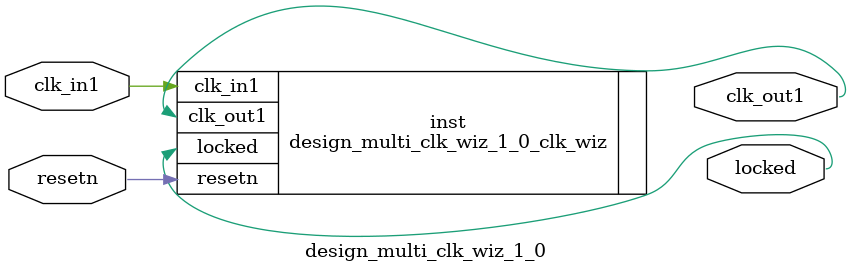
<source format=v>


`timescale 1ps/1ps

(* CORE_GENERATION_INFO = "design_multi_clk_wiz_1_0,clk_wiz_v6_0_3_0_0,{component_name=design_multi_clk_wiz_1_0,use_phase_alignment=true,use_min_o_jitter=false,use_max_i_jitter=false,use_dyn_phase_shift=false,use_inclk_switchover=false,use_dyn_reconfig=false,enable_axi=0,feedback_source=FDBK_AUTO,PRIMITIVE=MMCM,num_out_clk=1,clkin1_period=10.000,clkin2_period=10.000,use_power_down=false,use_reset=true,use_locked=true,use_inclk_stopped=false,feedback_type=SINGLE,CLOCK_MGR_TYPE=NA,manual_override=false}" *)

module design_multi_clk_wiz_1_0 
 (
  // Clock out ports
  output        clk_out1,
  // Status and control signals
  input         resetn,
  output        locked,
 // Clock in ports
  input         clk_in1
 );

  design_multi_clk_wiz_1_0_clk_wiz inst
  (
  // Clock out ports  
  .clk_out1(clk_out1),
  // Status and control signals               
  .resetn(resetn), 
  .locked(locked),
 // Clock in ports
  .clk_in1(clk_in1)
  );

endmodule

</source>
